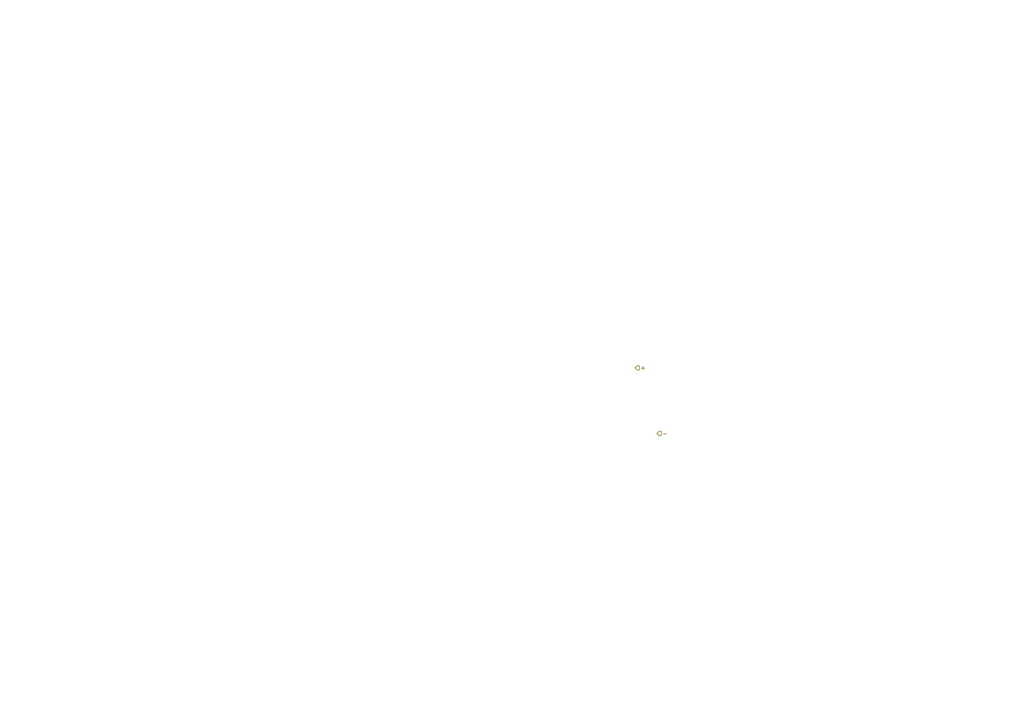
<source format=kicad_sch>
(kicad_sch
	(version 20250114)
	(generator "eeschema")
	(generator_version "9.0")
	(uuid "4a8bdccf-f670-4fd9-b009-abcc18233f9e")
	(paper "A4")
	(lib_symbols)
	(hierarchical_label "-"
		(shape input)
		(at 190.5 125.73 0)
		(effects
			(font
				(size 1.27 1.27)
			)
			(justify left)
		)
		(uuid "1f40d8f3-4297-4bb6-9c23-3b547786e2a9")
	)
	(hierarchical_label "+"
		(shape input)
		(at 184.15 106.68 0)
		(effects
			(font
				(size 1.27 1.27)
			)
			(justify left)
		)
		(uuid "646c45a5-07b2-4c5a-a361-4e6ecbcc4250")
	)
)

</source>
